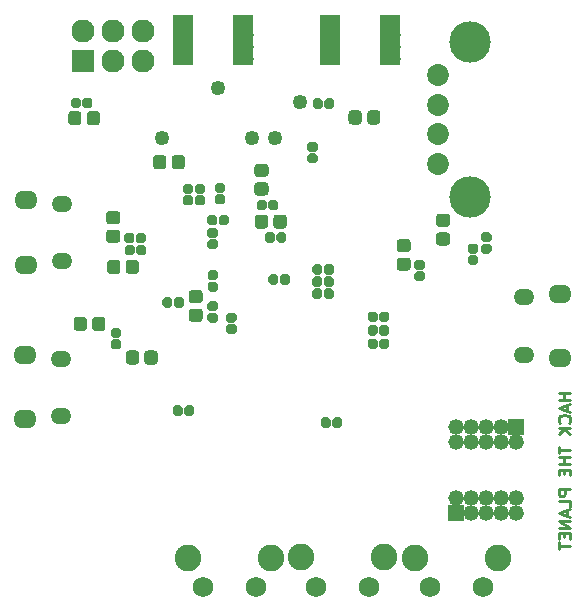
<source format=gbs>
G04 #@! TF.GenerationSoftware,KiCad,Pcbnew,5.1.6*
G04 #@! TF.CreationDate,2020-05-21T11:34:31+02:00*
G04 #@! TF.ProjectId,luna_rev0,6c756e61-5f72-4657-9630-2e6b69636164,r0*
G04 #@! TF.SameCoordinates,Original*
G04 #@! TF.FileFunction,Soldermask,Bot*
G04 #@! TF.FilePolarity,Negative*
%FSLAX46Y46*%
G04 Gerber Fmt 4.6, Leading zero omitted, Abs format (unit mm)*
G04 Created by KiCad (PCBNEW 5.1.6) date 2020-05-21 11:34:31*
%MOMM*%
%LPD*%
G01*
G04 APERTURE LIST*
%ADD10C,0.250000*%
%ADD11C,1.254000*%
%ADD12O,1.754000X1.354000*%
%ADD13O,1.954000X1.604000*%
%ADD14R,1.954000X1.954000*%
%ADD15O,1.954000X1.954000*%
%ADD16C,1.854000*%
%ADD17C,3.504000*%
%ADD18R,1.320800X1.320800*%
%ADD19C,1.320800*%
%ADD20C,1.016000*%
%ADD21R,1.778000X4.318000*%
%ADD22C,1.754000*%
%ADD23C,2.254000*%
G04 APERTURE END LIST*
D10*
X139952380Y-98476190D02*
X138952380Y-98476190D01*
X139428571Y-98476190D02*
X139428571Y-99047619D01*
X139952380Y-99047619D02*
X138952380Y-99047619D01*
X139666666Y-99476190D02*
X139666666Y-99952380D01*
X139952380Y-99380952D02*
X138952380Y-99714285D01*
X139952380Y-100047619D01*
X139857142Y-100952380D02*
X139904761Y-100904761D01*
X139952380Y-100761904D01*
X139952380Y-100666666D01*
X139904761Y-100523809D01*
X139809523Y-100428571D01*
X139714285Y-100380952D01*
X139523809Y-100333333D01*
X139380952Y-100333333D01*
X139190476Y-100380952D01*
X139095238Y-100428571D01*
X139000000Y-100523809D01*
X138952380Y-100666666D01*
X138952380Y-100761904D01*
X139000000Y-100904761D01*
X139047619Y-100952380D01*
X139952380Y-101380952D02*
X138952380Y-101380952D01*
X139952380Y-101952380D02*
X139380952Y-101523809D01*
X138952380Y-101952380D02*
X139523809Y-101380952D01*
X138952380Y-103000000D02*
X138952380Y-103571428D01*
X139952380Y-103285714D02*
X138952380Y-103285714D01*
X139952380Y-103904761D02*
X138952380Y-103904761D01*
X139428571Y-103904761D02*
X139428571Y-104476190D01*
X139952380Y-104476190D02*
X138952380Y-104476190D01*
X139428571Y-104952380D02*
X139428571Y-105285714D01*
X139952380Y-105428571D02*
X139952380Y-104952380D01*
X138952380Y-104952380D01*
X138952380Y-105428571D01*
X139952380Y-106619047D02*
X138952380Y-106619047D01*
X138952380Y-107000000D01*
X139000000Y-107095238D01*
X139047619Y-107142857D01*
X139142857Y-107190476D01*
X139285714Y-107190476D01*
X139380952Y-107142857D01*
X139428571Y-107095238D01*
X139476190Y-107000000D01*
X139476190Y-106619047D01*
X139952380Y-108095238D02*
X139952380Y-107619047D01*
X138952380Y-107619047D01*
X139666666Y-108380952D02*
X139666666Y-108857142D01*
X139952380Y-108285714D02*
X138952380Y-108619047D01*
X139952380Y-108952380D01*
X139952380Y-109285714D02*
X138952380Y-109285714D01*
X139952380Y-109857142D01*
X138952380Y-109857142D01*
X139428571Y-110333333D02*
X139428571Y-110666666D01*
X139952380Y-110809523D02*
X139952380Y-110333333D01*
X138952380Y-110333333D01*
X138952380Y-110809523D01*
X138952380Y-111095238D02*
X138952380Y-111666666D01*
X139952380Y-111380952D02*
X138952380Y-111380952D01*
D11*
X105410000Y-76835000D03*
X113030000Y-76835000D03*
X110109000Y-72644000D03*
X117094000Y-73787000D03*
X114935000Y-76835000D03*
D12*
X136060500Y-95201000D03*
X136060500Y-90361000D03*
D13*
X139060500Y-95511000D03*
X139060500Y-90051000D03*
X93881000Y-87604500D03*
X93881000Y-82144500D03*
D12*
X96881000Y-87294500D03*
X96881000Y-82454500D03*
X96817500Y-95535500D03*
X96817500Y-100375500D03*
D13*
X93817500Y-95225500D03*
X93817500Y-100685500D03*
D14*
X98679000Y-70358000D03*
D15*
X98679000Y-67818000D03*
X101219000Y-70358000D03*
X101219000Y-67818000D03*
X103759000Y-70358000D03*
X103759000Y-67818000D03*
G36*
G01*
X114111750Y-81743000D02*
X113472250Y-81743000D01*
G75*
G02*
X113190000Y-81460750I0J282250D01*
G01*
X113190000Y-80896250D01*
G75*
G02*
X113472250Y-80614000I282250J0D01*
G01*
X114111750Y-80614000D01*
G75*
G02*
X114394000Y-80896250I0J-282250D01*
G01*
X114394000Y-81460750D01*
G75*
G02*
X114111750Y-81743000I-282250J0D01*
G01*
G37*
G36*
G01*
X114111750Y-80168000D02*
X113472250Y-80168000D01*
G75*
G02*
X113190000Y-79885750I0J282250D01*
G01*
X113190000Y-79321250D01*
G75*
G02*
X113472250Y-79039000I282250J0D01*
G01*
X114111750Y-79039000D01*
G75*
G02*
X114394000Y-79321250I0J-282250D01*
G01*
X114394000Y-79885750D01*
G75*
G02*
X114111750Y-80168000I-282250J0D01*
G01*
G37*
G36*
G01*
X107909650Y-91307400D02*
X108549150Y-91307400D01*
G75*
G02*
X108831400Y-91589650I0J-282250D01*
G01*
X108831400Y-92154150D01*
G75*
G02*
X108549150Y-92436400I-282250J0D01*
G01*
X107909650Y-92436400D01*
G75*
G02*
X107627400Y-92154150I0J282250D01*
G01*
X107627400Y-91589650D01*
G75*
G02*
X107909650Y-91307400I282250J0D01*
G01*
G37*
G36*
G01*
X107909650Y-89732400D02*
X108549150Y-89732400D01*
G75*
G02*
X108831400Y-90014650I0J-282250D01*
G01*
X108831400Y-90579150D01*
G75*
G02*
X108549150Y-90861400I-282250J0D01*
G01*
X107909650Y-90861400D01*
G75*
G02*
X107627400Y-90579150I0J282250D01*
G01*
X107627400Y-90014650D01*
G75*
G02*
X107909650Y-89732400I282250J0D01*
G01*
G37*
G36*
G01*
X100132500Y-74864250D02*
X100132500Y-75503750D01*
G75*
G02*
X99850250Y-75786000I-282250J0D01*
G01*
X99285750Y-75786000D01*
G75*
G02*
X99003500Y-75503750I0J282250D01*
G01*
X99003500Y-74864250D01*
G75*
G02*
X99285750Y-74582000I282250J0D01*
G01*
X99850250Y-74582000D01*
G75*
G02*
X100132500Y-74864250I0J-282250D01*
G01*
G37*
G36*
G01*
X98557500Y-74864250D02*
X98557500Y-75503750D01*
G75*
G02*
X98275250Y-75786000I-282250J0D01*
G01*
X97710750Y-75786000D01*
G75*
G02*
X97428500Y-75503750I0J282250D01*
G01*
X97428500Y-74864250D01*
G75*
G02*
X97710750Y-74582000I282250J0D01*
G01*
X98275250Y-74582000D01*
G75*
G02*
X98557500Y-74864250I0J-282250D01*
G01*
G37*
G36*
G01*
X114802500Y-84266750D02*
X114802500Y-83627250D01*
G75*
G02*
X115084750Y-83345000I282250J0D01*
G01*
X115649250Y-83345000D01*
G75*
G02*
X115931500Y-83627250I0J-282250D01*
G01*
X115931500Y-84266750D01*
G75*
G02*
X115649250Y-84549000I-282250J0D01*
G01*
X115084750Y-84549000D01*
G75*
G02*
X114802500Y-84266750I0J282250D01*
G01*
G37*
G36*
G01*
X113227500Y-84266750D02*
X113227500Y-83627250D01*
G75*
G02*
X113509750Y-83345000I282250J0D01*
G01*
X114074250Y-83345000D01*
G75*
G02*
X114356500Y-83627250I0J-282250D01*
G01*
X114356500Y-84266750D01*
G75*
G02*
X114074250Y-84549000I-282250J0D01*
G01*
X113509750Y-84549000D01*
G75*
G02*
X113227500Y-84266750I0J282250D01*
G01*
G37*
G36*
G01*
X110050800Y-80677800D02*
X110522800Y-80677800D01*
G75*
G02*
X110733800Y-80888800I0J-211000D01*
G01*
X110733800Y-81310800D01*
G75*
G02*
X110522800Y-81521800I-211000J0D01*
G01*
X110050800Y-81521800D01*
G75*
G02*
X109839800Y-81310800I0J211000D01*
G01*
X109839800Y-80888800D01*
G75*
G02*
X110050800Y-80677800I211000J0D01*
G01*
G37*
G36*
G01*
X110050800Y-81647800D02*
X110522800Y-81647800D01*
G75*
G02*
X110733800Y-81858800I0J-211000D01*
G01*
X110733800Y-82280800D01*
G75*
G02*
X110522800Y-82491800I-211000J0D01*
G01*
X110050800Y-82491800D01*
G75*
G02*
X109839800Y-82280800I0J211000D01*
G01*
X109839800Y-81858800D01*
G75*
G02*
X110050800Y-81647800I211000J0D01*
G01*
G37*
G36*
G01*
X120627500Y-100729000D02*
X120627500Y-101201000D01*
G75*
G02*
X120416500Y-101412000I-211000J0D01*
G01*
X119994500Y-101412000D01*
G75*
G02*
X119783500Y-101201000I0J211000D01*
G01*
X119783500Y-100729000D01*
G75*
G02*
X119994500Y-100518000I211000J0D01*
G01*
X120416500Y-100518000D01*
G75*
G02*
X120627500Y-100729000I0J-211000D01*
G01*
G37*
G36*
G01*
X119657500Y-100729000D02*
X119657500Y-101201000D01*
G75*
G02*
X119446500Y-101412000I-211000J0D01*
G01*
X119024500Y-101412000D01*
G75*
G02*
X118813500Y-101201000I0J211000D01*
G01*
X118813500Y-100729000D01*
G75*
G02*
X119024500Y-100518000I211000J0D01*
G01*
X119446500Y-100518000D01*
G75*
G02*
X119657500Y-100729000I0J-211000D01*
G01*
G37*
G36*
G01*
X115356000Y-89072500D02*
X115356000Y-88600500D01*
G75*
G02*
X115567000Y-88389500I211000J0D01*
G01*
X115989000Y-88389500D01*
G75*
G02*
X116200000Y-88600500I0J-211000D01*
G01*
X116200000Y-89072500D01*
G75*
G02*
X115989000Y-89283500I-211000J0D01*
G01*
X115567000Y-89283500D01*
G75*
G02*
X115356000Y-89072500I0J211000D01*
G01*
G37*
G36*
G01*
X114386000Y-89072500D02*
X114386000Y-88600500D01*
G75*
G02*
X114597000Y-88389500I211000J0D01*
G01*
X115019000Y-88389500D01*
G75*
G02*
X115230000Y-88600500I0J-211000D01*
G01*
X115230000Y-89072500D01*
G75*
G02*
X115019000Y-89283500I-211000J0D01*
G01*
X114597000Y-89283500D01*
G75*
G02*
X114386000Y-89072500I0J211000D01*
G01*
G37*
G36*
G01*
X98512000Y-73678000D02*
X98512000Y-74150000D01*
G75*
G02*
X98301000Y-74361000I-211000J0D01*
G01*
X97879000Y-74361000D01*
G75*
G02*
X97668000Y-74150000I0J211000D01*
G01*
X97668000Y-73678000D01*
G75*
G02*
X97879000Y-73467000I211000J0D01*
G01*
X98301000Y-73467000D01*
G75*
G02*
X98512000Y-73678000I0J-211000D01*
G01*
G37*
G36*
G01*
X99482000Y-73678000D02*
X99482000Y-74150000D01*
G75*
G02*
X99271000Y-74361000I-211000J0D01*
G01*
X98849000Y-74361000D01*
G75*
G02*
X98638000Y-74150000I0J211000D01*
G01*
X98638000Y-73678000D01*
G75*
G02*
X98849000Y-73467000I211000J0D01*
G01*
X99271000Y-73467000D01*
G75*
G02*
X99482000Y-73678000I0J-211000D01*
G01*
G37*
G36*
G01*
X114091500Y-85516500D02*
X114091500Y-85044500D01*
G75*
G02*
X114302500Y-84833500I211000J0D01*
G01*
X114724500Y-84833500D01*
G75*
G02*
X114935500Y-85044500I0J-211000D01*
G01*
X114935500Y-85516500D01*
G75*
G02*
X114724500Y-85727500I-211000J0D01*
G01*
X114302500Y-85727500D01*
G75*
G02*
X114091500Y-85516500I0J211000D01*
G01*
G37*
G36*
G01*
X115061500Y-85516500D02*
X115061500Y-85044500D01*
G75*
G02*
X115272500Y-84833500I211000J0D01*
G01*
X115694500Y-84833500D01*
G75*
G02*
X115905500Y-85044500I0J-211000D01*
G01*
X115905500Y-85516500D01*
G75*
G02*
X115694500Y-85727500I-211000J0D01*
G01*
X115272500Y-85727500D01*
G75*
G02*
X115061500Y-85516500I0J211000D01*
G01*
G37*
G36*
G01*
X113393000Y-82786000D02*
X113393000Y-82314000D01*
G75*
G02*
X113604000Y-82103000I211000J0D01*
G01*
X114026000Y-82103000D01*
G75*
G02*
X114237000Y-82314000I0J-211000D01*
G01*
X114237000Y-82786000D01*
G75*
G02*
X114026000Y-82997000I-211000J0D01*
G01*
X113604000Y-82997000D01*
G75*
G02*
X113393000Y-82786000I0J211000D01*
G01*
G37*
G36*
G01*
X114363000Y-82786000D02*
X114363000Y-82314000D01*
G75*
G02*
X114574000Y-82103000I211000J0D01*
G01*
X114996000Y-82103000D01*
G75*
G02*
X115207000Y-82314000I0J-211000D01*
G01*
X115207000Y-82786000D01*
G75*
G02*
X114996000Y-82997000I-211000J0D01*
G01*
X114574000Y-82997000D01*
G75*
G02*
X114363000Y-82786000I0J211000D01*
G01*
G37*
G36*
G01*
X109900500Y-85321500D02*
X109428500Y-85321500D01*
G75*
G02*
X109217500Y-85110500I0J211000D01*
G01*
X109217500Y-84688500D01*
G75*
G02*
X109428500Y-84477500I211000J0D01*
G01*
X109900500Y-84477500D01*
G75*
G02*
X110111500Y-84688500I0J-211000D01*
G01*
X110111500Y-85110500D01*
G75*
G02*
X109900500Y-85321500I-211000J0D01*
G01*
G37*
G36*
G01*
X109900500Y-86291500D02*
X109428500Y-86291500D01*
G75*
G02*
X109217500Y-86080500I0J211000D01*
G01*
X109217500Y-85658500D01*
G75*
G02*
X109428500Y-85447500I211000J0D01*
G01*
X109900500Y-85447500D01*
G75*
G02*
X110111500Y-85658500I0J-211000D01*
G01*
X110111500Y-86080500D01*
G75*
G02*
X109900500Y-86291500I-211000J0D01*
G01*
G37*
G36*
G01*
X109913200Y-88910800D02*
X109441200Y-88910800D01*
G75*
G02*
X109230200Y-88699800I0J211000D01*
G01*
X109230200Y-88277800D01*
G75*
G02*
X109441200Y-88066800I211000J0D01*
G01*
X109913200Y-88066800D01*
G75*
G02*
X110124200Y-88277800I0J-211000D01*
G01*
X110124200Y-88699800D01*
G75*
G02*
X109913200Y-88910800I-211000J0D01*
G01*
G37*
G36*
G01*
X109913200Y-89880800D02*
X109441200Y-89880800D01*
G75*
G02*
X109230200Y-89669800I0J211000D01*
G01*
X109230200Y-89247800D01*
G75*
G02*
X109441200Y-89036800I211000J0D01*
G01*
X109913200Y-89036800D01*
G75*
G02*
X110124200Y-89247800I0J-211000D01*
G01*
X110124200Y-89669800D01*
G75*
G02*
X109913200Y-89880800I-211000J0D01*
G01*
G37*
G36*
G01*
X109428500Y-90700500D02*
X109900500Y-90700500D01*
G75*
G02*
X110111500Y-90911500I0J-211000D01*
G01*
X110111500Y-91333500D01*
G75*
G02*
X109900500Y-91544500I-211000J0D01*
G01*
X109428500Y-91544500D01*
G75*
G02*
X109217500Y-91333500I0J211000D01*
G01*
X109217500Y-90911500D01*
G75*
G02*
X109428500Y-90700500I211000J0D01*
G01*
G37*
G36*
G01*
X109428500Y-91670500D02*
X109900500Y-91670500D01*
G75*
G02*
X110111500Y-91881500I0J-211000D01*
G01*
X110111500Y-92303500D01*
G75*
G02*
X109900500Y-92514500I-211000J0D01*
G01*
X109428500Y-92514500D01*
G75*
G02*
X109217500Y-92303500I0J211000D01*
G01*
X109217500Y-91881500D01*
G75*
G02*
X109428500Y-91670500I211000J0D01*
G01*
G37*
G36*
G01*
X122740000Y-75440250D02*
X122740000Y-74800750D01*
G75*
G02*
X123022250Y-74518500I282250J0D01*
G01*
X123586750Y-74518500D01*
G75*
G02*
X123869000Y-74800750I0J-282250D01*
G01*
X123869000Y-75440250D01*
G75*
G02*
X123586750Y-75722500I-282250J0D01*
G01*
X123022250Y-75722500D01*
G75*
G02*
X122740000Y-75440250I0J282250D01*
G01*
G37*
G36*
G01*
X121165000Y-75440250D02*
X121165000Y-74800750D01*
G75*
G02*
X121447250Y-74518500I282250J0D01*
G01*
X122011750Y-74518500D01*
G75*
G02*
X122294000Y-74800750I0J-282250D01*
G01*
X122294000Y-75440250D01*
G75*
G02*
X122011750Y-75722500I-282250J0D01*
G01*
X121447250Y-75722500D01*
G75*
G02*
X121165000Y-75440250I0J282250D01*
G01*
G37*
G36*
G01*
X118140400Y-74200800D02*
X118140400Y-73728800D01*
G75*
G02*
X118351400Y-73517800I211000J0D01*
G01*
X118773400Y-73517800D01*
G75*
G02*
X118984400Y-73728800I0J-211000D01*
G01*
X118984400Y-74200800D01*
G75*
G02*
X118773400Y-74411800I-211000J0D01*
G01*
X118351400Y-74411800D01*
G75*
G02*
X118140400Y-74200800I0J211000D01*
G01*
G37*
G36*
G01*
X119110400Y-74200800D02*
X119110400Y-73728800D01*
G75*
G02*
X119321400Y-73517800I211000J0D01*
G01*
X119743400Y-73517800D01*
G75*
G02*
X119954400Y-73728800I0J-211000D01*
G01*
X119954400Y-74200800D01*
G75*
G02*
X119743400Y-74411800I-211000J0D01*
G01*
X119321400Y-74411800D01*
G75*
G02*
X119110400Y-74200800I0J211000D01*
G01*
G37*
G36*
G01*
X111488000Y-93467000D02*
X111016000Y-93467000D01*
G75*
G02*
X110805000Y-93256000I0J211000D01*
G01*
X110805000Y-92834000D01*
G75*
G02*
X111016000Y-92623000I211000J0D01*
G01*
X111488000Y-92623000D01*
G75*
G02*
X111699000Y-92834000I0J-211000D01*
G01*
X111699000Y-93256000D01*
G75*
G02*
X111488000Y-93467000I-211000J0D01*
G01*
G37*
G36*
G01*
X111488000Y-92497000D02*
X111016000Y-92497000D01*
G75*
G02*
X110805000Y-92286000I0J211000D01*
G01*
X110805000Y-91864000D01*
G75*
G02*
X111016000Y-91653000I211000J0D01*
G01*
X111488000Y-91653000D01*
G75*
G02*
X111699000Y-91864000I0J-211000D01*
G01*
X111699000Y-92286000D01*
G75*
G02*
X111488000Y-92497000I-211000J0D01*
G01*
G37*
G36*
G01*
X117874000Y-78168000D02*
X118346000Y-78168000D01*
G75*
G02*
X118557000Y-78379000I0J-211000D01*
G01*
X118557000Y-78801000D01*
G75*
G02*
X118346000Y-79012000I-211000J0D01*
G01*
X117874000Y-79012000D01*
G75*
G02*
X117663000Y-78801000I0J211000D01*
G01*
X117663000Y-78379000D01*
G75*
G02*
X117874000Y-78168000I211000J0D01*
G01*
G37*
G36*
G01*
X117874000Y-77198000D02*
X118346000Y-77198000D01*
G75*
G02*
X118557000Y-77409000I0J-211000D01*
G01*
X118557000Y-77831000D01*
G75*
G02*
X118346000Y-78042000I-211000J0D01*
G01*
X117874000Y-78042000D01*
G75*
G02*
X117663000Y-77831000I0J211000D01*
G01*
X117663000Y-77409000D01*
G75*
G02*
X117874000Y-77198000I211000J0D01*
G01*
G37*
G36*
G01*
X119085000Y-88247000D02*
X119085000Y-87775000D01*
G75*
G02*
X119296000Y-87564000I211000J0D01*
G01*
X119718000Y-87564000D01*
G75*
G02*
X119929000Y-87775000I0J-211000D01*
G01*
X119929000Y-88247000D01*
G75*
G02*
X119718000Y-88458000I-211000J0D01*
G01*
X119296000Y-88458000D01*
G75*
G02*
X119085000Y-88247000I0J211000D01*
G01*
G37*
G36*
G01*
X118115000Y-88247000D02*
X118115000Y-87775000D01*
G75*
G02*
X118326000Y-87564000I211000J0D01*
G01*
X118748000Y-87564000D01*
G75*
G02*
X118959000Y-87775000I0J-211000D01*
G01*
X118959000Y-88247000D01*
G75*
G02*
X118748000Y-88458000I-211000J0D01*
G01*
X118326000Y-88458000D01*
G75*
G02*
X118115000Y-88247000I0J211000D01*
G01*
G37*
G36*
G01*
X107229000Y-90569000D02*
X107229000Y-91041000D01*
G75*
G02*
X107018000Y-91252000I-211000J0D01*
G01*
X106596000Y-91252000D01*
G75*
G02*
X106385000Y-91041000I0J211000D01*
G01*
X106385000Y-90569000D01*
G75*
G02*
X106596000Y-90358000I211000J0D01*
G01*
X107018000Y-90358000D01*
G75*
G02*
X107229000Y-90569000I0J-211000D01*
G01*
G37*
G36*
G01*
X106259000Y-90569000D02*
X106259000Y-91041000D01*
G75*
G02*
X106048000Y-91252000I-211000J0D01*
G01*
X105626000Y-91252000D01*
G75*
G02*
X105415000Y-91041000I0J211000D01*
G01*
X105415000Y-90569000D01*
G75*
G02*
X105626000Y-90358000I211000J0D01*
G01*
X106048000Y-90358000D01*
G75*
G02*
X106259000Y-90569000I0J-211000D01*
G01*
G37*
G36*
G01*
X107323340Y-78592970D02*
X107323340Y-79232470D01*
G75*
G02*
X107041090Y-79514720I-282250J0D01*
G01*
X106476590Y-79514720D01*
G75*
G02*
X106194340Y-79232470I0J282250D01*
G01*
X106194340Y-78592970D01*
G75*
G02*
X106476590Y-78310720I282250J0D01*
G01*
X107041090Y-78310720D01*
G75*
G02*
X107323340Y-78592970I0J-282250D01*
G01*
G37*
G36*
G01*
X105748340Y-78592970D02*
X105748340Y-79232470D01*
G75*
G02*
X105466090Y-79514720I-282250J0D01*
G01*
X104901590Y-79514720D01*
G75*
G02*
X104619340Y-79232470I0J282250D01*
G01*
X104619340Y-78592970D01*
G75*
G02*
X104901590Y-78310720I282250J0D01*
G01*
X105466090Y-78310720D01*
G75*
G02*
X105748340Y-78592970I0J-282250D01*
G01*
G37*
G36*
G01*
X107333000Y-80754000D02*
X107805000Y-80754000D01*
G75*
G02*
X108016000Y-80965000I0J-211000D01*
G01*
X108016000Y-81387000D01*
G75*
G02*
X107805000Y-81598000I-211000J0D01*
G01*
X107333000Y-81598000D01*
G75*
G02*
X107122000Y-81387000I0J211000D01*
G01*
X107122000Y-80965000D01*
G75*
G02*
X107333000Y-80754000I211000J0D01*
G01*
G37*
G36*
G01*
X107333000Y-81724000D02*
X107805000Y-81724000D01*
G75*
G02*
X108016000Y-81935000I0J-211000D01*
G01*
X108016000Y-82357000D01*
G75*
G02*
X107805000Y-82568000I-211000J0D01*
G01*
X107333000Y-82568000D01*
G75*
G02*
X107122000Y-82357000I0J211000D01*
G01*
X107122000Y-81935000D01*
G75*
G02*
X107333000Y-81724000I211000J0D01*
G01*
G37*
G36*
G01*
X108349000Y-81724000D02*
X108821000Y-81724000D01*
G75*
G02*
X109032000Y-81935000I0J-211000D01*
G01*
X109032000Y-82357000D01*
G75*
G02*
X108821000Y-82568000I-211000J0D01*
G01*
X108349000Y-82568000D01*
G75*
G02*
X108138000Y-82357000I0J211000D01*
G01*
X108138000Y-81935000D01*
G75*
G02*
X108349000Y-81724000I211000J0D01*
G01*
G37*
G36*
G01*
X108349000Y-80754000D02*
X108821000Y-80754000D01*
G75*
G02*
X109032000Y-80965000I0J-211000D01*
G01*
X109032000Y-81387000D01*
G75*
G02*
X108821000Y-81598000I-211000J0D01*
G01*
X108349000Y-81598000D01*
G75*
G02*
X108138000Y-81387000I0J211000D01*
G01*
X108138000Y-80965000D01*
G75*
G02*
X108349000Y-80754000I211000J0D01*
G01*
G37*
G36*
G01*
X118092000Y-90279000D02*
X118092000Y-89807000D01*
G75*
G02*
X118303000Y-89596000I211000J0D01*
G01*
X118725000Y-89596000D01*
G75*
G02*
X118936000Y-89807000I0J-211000D01*
G01*
X118936000Y-90279000D01*
G75*
G02*
X118725000Y-90490000I-211000J0D01*
G01*
X118303000Y-90490000D01*
G75*
G02*
X118092000Y-90279000I0J211000D01*
G01*
G37*
G36*
G01*
X119062000Y-90279000D02*
X119062000Y-89807000D01*
G75*
G02*
X119273000Y-89596000I211000J0D01*
G01*
X119695000Y-89596000D01*
G75*
G02*
X119906000Y-89807000I0J-211000D01*
G01*
X119906000Y-90279000D01*
G75*
G02*
X119695000Y-90490000I-211000J0D01*
G01*
X119273000Y-90490000D01*
G75*
G02*
X119062000Y-90279000I0J211000D01*
G01*
G37*
G36*
G01*
X103164000Y-85580000D02*
X103164000Y-85108000D01*
G75*
G02*
X103375000Y-84897000I211000J0D01*
G01*
X103797000Y-84897000D01*
G75*
G02*
X104008000Y-85108000I0J-211000D01*
G01*
X104008000Y-85580000D01*
G75*
G02*
X103797000Y-85791000I-211000J0D01*
G01*
X103375000Y-85791000D01*
G75*
G02*
X103164000Y-85580000I0J211000D01*
G01*
G37*
G36*
G01*
X102194000Y-85580000D02*
X102194000Y-85108000D01*
G75*
G02*
X102405000Y-84897000I211000J0D01*
G01*
X102827000Y-84897000D01*
G75*
G02*
X103038000Y-85108000I0J-211000D01*
G01*
X103038000Y-85580000D01*
G75*
G02*
X102827000Y-85791000I-211000J0D01*
G01*
X102405000Y-85791000D01*
G75*
G02*
X102194000Y-85580000I0J211000D01*
G01*
G37*
G36*
G01*
X110046000Y-83584000D02*
X110046000Y-84056000D01*
G75*
G02*
X109835000Y-84267000I-211000J0D01*
G01*
X109413000Y-84267000D01*
G75*
G02*
X109202000Y-84056000I0J211000D01*
G01*
X109202000Y-83584000D01*
G75*
G02*
X109413000Y-83373000I211000J0D01*
G01*
X109835000Y-83373000D01*
G75*
G02*
X110046000Y-83584000I0J-211000D01*
G01*
G37*
G36*
G01*
X111016000Y-83584000D02*
X111016000Y-84056000D01*
G75*
G02*
X110805000Y-84267000I-211000J0D01*
G01*
X110383000Y-84267000D01*
G75*
G02*
X110172000Y-84056000I0J211000D01*
G01*
X110172000Y-83584000D01*
G75*
G02*
X110383000Y-83373000I211000J0D01*
G01*
X110805000Y-83373000D01*
G75*
G02*
X111016000Y-83584000I0J-211000D01*
G01*
G37*
G36*
G01*
X100589700Y-92288650D02*
X100589700Y-92928150D01*
G75*
G02*
X100307450Y-93210400I-282250J0D01*
G01*
X99742950Y-93210400D01*
G75*
G02*
X99460700Y-92928150I0J282250D01*
G01*
X99460700Y-92288650D01*
G75*
G02*
X99742950Y-92006400I282250J0D01*
G01*
X100307450Y-92006400D01*
G75*
G02*
X100589700Y-92288650I0J-282250D01*
G01*
G37*
G36*
G01*
X99014700Y-92288650D02*
X99014700Y-92928150D01*
G75*
G02*
X98732450Y-93210400I-282250J0D01*
G01*
X98167950Y-93210400D01*
G75*
G02*
X97885700Y-92928150I0J282250D01*
G01*
X97885700Y-92288650D01*
G75*
G02*
X98167950Y-92006400I282250J0D01*
G01*
X98732450Y-92006400D01*
G75*
G02*
X99014700Y-92288650I0J-282250D01*
G01*
G37*
G36*
G01*
X103434300Y-95133450D02*
X103434300Y-95772950D01*
G75*
G02*
X103152050Y-96055200I-282250J0D01*
G01*
X102587550Y-96055200D01*
G75*
G02*
X102305300Y-95772950I0J282250D01*
G01*
X102305300Y-95133450D01*
G75*
G02*
X102587550Y-94851200I282250J0D01*
G01*
X103152050Y-94851200D01*
G75*
G02*
X103434300Y-95133450I0J-282250D01*
G01*
G37*
G36*
G01*
X105009300Y-95133450D02*
X105009300Y-95772950D01*
G75*
G02*
X104727050Y-96055200I-282250J0D01*
G01*
X104162550Y-96055200D01*
G75*
G02*
X103880300Y-95772950I0J282250D01*
G01*
X103880300Y-95133450D01*
G75*
G02*
X104162550Y-94851200I282250J0D01*
G01*
X104727050Y-94851200D01*
G75*
G02*
X105009300Y-95133450I0J-282250D01*
G01*
G37*
G36*
G01*
X101709000Y-93790000D02*
X101237000Y-93790000D01*
G75*
G02*
X101026000Y-93579000I0J211000D01*
G01*
X101026000Y-93157000D01*
G75*
G02*
X101237000Y-92946000I211000J0D01*
G01*
X101709000Y-92946000D01*
G75*
G02*
X101920000Y-93157000I0J-211000D01*
G01*
X101920000Y-93579000D01*
G75*
G02*
X101709000Y-93790000I-211000J0D01*
G01*
G37*
G36*
G01*
X101709000Y-94760000D02*
X101237000Y-94760000D01*
G75*
G02*
X101026000Y-94549000I0J211000D01*
G01*
X101026000Y-94127000D01*
G75*
G02*
X101237000Y-93916000I211000J0D01*
G01*
X101709000Y-93916000D01*
G75*
G02*
X101920000Y-94127000I0J-211000D01*
G01*
X101920000Y-94549000D01*
G75*
G02*
X101709000Y-94760000I-211000J0D01*
G01*
G37*
G36*
G01*
X118092000Y-89263000D02*
X118092000Y-88791000D01*
G75*
G02*
X118303000Y-88580000I211000J0D01*
G01*
X118725000Y-88580000D01*
G75*
G02*
X118936000Y-88791000I0J-211000D01*
G01*
X118936000Y-89263000D01*
G75*
G02*
X118725000Y-89474000I-211000J0D01*
G01*
X118303000Y-89474000D01*
G75*
G02*
X118092000Y-89263000I0J211000D01*
G01*
G37*
G36*
G01*
X119062000Y-89263000D02*
X119062000Y-88791000D01*
G75*
G02*
X119273000Y-88580000I211000J0D01*
G01*
X119695000Y-88580000D01*
G75*
G02*
X119906000Y-88791000I0J-211000D01*
G01*
X119906000Y-89263000D01*
G75*
G02*
X119695000Y-89474000I-211000J0D01*
G01*
X119273000Y-89474000D01*
G75*
G02*
X119062000Y-89263000I0J211000D01*
G01*
G37*
G36*
G01*
X127426500Y-89004500D02*
X126954500Y-89004500D01*
G75*
G02*
X126743500Y-88793500I0J211000D01*
G01*
X126743500Y-88371500D01*
G75*
G02*
X126954500Y-88160500I211000J0D01*
G01*
X127426500Y-88160500D01*
G75*
G02*
X127637500Y-88371500I0J-211000D01*
G01*
X127637500Y-88793500D01*
G75*
G02*
X127426500Y-89004500I-211000J0D01*
G01*
G37*
G36*
G01*
X127426500Y-88034500D02*
X126954500Y-88034500D01*
G75*
G02*
X126743500Y-87823500I0J211000D01*
G01*
X126743500Y-87401500D01*
G75*
G02*
X126954500Y-87190500I211000J0D01*
G01*
X127426500Y-87190500D01*
G75*
G02*
X127637500Y-87401500I0J-211000D01*
G01*
X127637500Y-87823500D01*
G75*
G02*
X127426500Y-88034500I-211000J0D01*
G01*
G37*
G36*
G01*
X129491450Y-84399540D02*
X128851950Y-84399540D01*
G75*
G02*
X128569700Y-84117290I0J282250D01*
G01*
X128569700Y-83552790D01*
G75*
G02*
X128851950Y-83270540I282250J0D01*
G01*
X129491450Y-83270540D01*
G75*
G02*
X129773700Y-83552790I0J-282250D01*
G01*
X129773700Y-84117290D01*
G75*
G02*
X129491450Y-84399540I-282250J0D01*
G01*
G37*
G36*
G01*
X129491450Y-85974540D02*
X128851950Y-85974540D01*
G75*
G02*
X128569700Y-85692290I0J282250D01*
G01*
X128569700Y-85127790D01*
G75*
G02*
X128851950Y-84845540I282250J0D01*
G01*
X129491450Y-84845540D01*
G75*
G02*
X129773700Y-85127790I0J-282250D01*
G01*
X129773700Y-85692290D01*
G75*
G02*
X129491450Y-85974540I-282250J0D01*
G01*
G37*
G36*
G01*
X125511850Y-85414300D02*
X126151350Y-85414300D01*
G75*
G02*
X126433600Y-85696550I0J-282250D01*
G01*
X126433600Y-86261050D01*
G75*
G02*
X126151350Y-86543300I-282250J0D01*
G01*
X125511850Y-86543300D01*
G75*
G02*
X125229600Y-86261050I0J282250D01*
G01*
X125229600Y-85696550D01*
G75*
G02*
X125511850Y-85414300I282250J0D01*
G01*
G37*
G36*
G01*
X125511850Y-86989300D02*
X126151350Y-86989300D01*
G75*
G02*
X126433600Y-87271550I0J-282250D01*
G01*
X126433600Y-87836050D01*
G75*
G02*
X126151350Y-88118300I-282250J0D01*
G01*
X125511850Y-88118300D01*
G75*
G02*
X125229600Y-87836050I0J282250D01*
G01*
X125229600Y-87271550D01*
G75*
G02*
X125511850Y-86989300I282250J0D01*
G01*
G37*
G36*
G01*
X131463000Y-85811000D02*
X131935000Y-85811000D01*
G75*
G02*
X132146000Y-86022000I0J-211000D01*
G01*
X132146000Y-86444000D01*
G75*
G02*
X131935000Y-86655000I-211000J0D01*
G01*
X131463000Y-86655000D01*
G75*
G02*
X131252000Y-86444000I0J211000D01*
G01*
X131252000Y-86022000D01*
G75*
G02*
X131463000Y-85811000I211000J0D01*
G01*
G37*
G36*
G01*
X131463000Y-86781000D02*
X131935000Y-86781000D01*
G75*
G02*
X132146000Y-86992000I0J-211000D01*
G01*
X132146000Y-87414000D01*
G75*
G02*
X131935000Y-87625000I-211000J0D01*
G01*
X131463000Y-87625000D01*
G75*
G02*
X131252000Y-87414000I0J211000D01*
G01*
X131252000Y-86992000D01*
G75*
G02*
X131463000Y-86781000I211000J0D01*
G01*
G37*
G36*
G01*
X132606000Y-85811000D02*
X133078000Y-85811000D01*
G75*
G02*
X133289000Y-86022000I0J-211000D01*
G01*
X133289000Y-86444000D01*
G75*
G02*
X133078000Y-86655000I-211000J0D01*
G01*
X132606000Y-86655000D01*
G75*
G02*
X132395000Y-86444000I0J211000D01*
G01*
X132395000Y-86022000D01*
G75*
G02*
X132606000Y-85811000I211000J0D01*
G01*
G37*
G36*
G01*
X132606000Y-84841000D02*
X133078000Y-84841000D01*
G75*
G02*
X133289000Y-85052000I0J-211000D01*
G01*
X133289000Y-85474000D01*
G75*
G02*
X133078000Y-85685000I-211000J0D01*
G01*
X132606000Y-85685000D01*
G75*
G02*
X132395000Y-85474000I0J211000D01*
G01*
X132395000Y-85052000D01*
G75*
G02*
X132606000Y-84841000I211000J0D01*
G01*
G37*
G36*
G01*
X102217000Y-86596000D02*
X102217000Y-86124000D01*
G75*
G02*
X102428000Y-85913000I211000J0D01*
G01*
X102850000Y-85913000D01*
G75*
G02*
X103061000Y-86124000I0J-211000D01*
G01*
X103061000Y-86596000D01*
G75*
G02*
X102850000Y-86807000I-211000J0D01*
G01*
X102428000Y-86807000D01*
G75*
G02*
X102217000Y-86596000I0J211000D01*
G01*
G37*
G36*
G01*
X103187000Y-86596000D02*
X103187000Y-86124000D01*
G75*
G02*
X103398000Y-85913000I211000J0D01*
G01*
X103820000Y-85913000D01*
G75*
G02*
X104031000Y-86124000I0J-211000D01*
G01*
X104031000Y-86596000D01*
G75*
G02*
X103820000Y-86807000I-211000J0D01*
G01*
X103398000Y-86807000D01*
G75*
G02*
X103187000Y-86596000I0J211000D01*
G01*
G37*
G36*
G01*
X101564150Y-84181100D02*
X100924650Y-84181100D01*
G75*
G02*
X100642400Y-83898850I0J282250D01*
G01*
X100642400Y-83334350D01*
G75*
G02*
X100924650Y-83052100I282250J0D01*
G01*
X101564150Y-83052100D01*
G75*
G02*
X101846400Y-83334350I0J-282250D01*
G01*
X101846400Y-83898850D01*
G75*
G02*
X101564150Y-84181100I-282250J0D01*
G01*
G37*
G36*
G01*
X101564150Y-85756100D02*
X100924650Y-85756100D01*
G75*
G02*
X100642400Y-85473850I0J282250D01*
G01*
X100642400Y-84909350D01*
G75*
G02*
X100924650Y-84627100I282250J0D01*
G01*
X101564150Y-84627100D01*
G75*
G02*
X101846400Y-84909350I0J-282250D01*
G01*
X101846400Y-85473850D01*
G75*
G02*
X101564150Y-85756100I-282250J0D01*
G01*
G37*
G36*
G01*
X107125000Y-99713000D02*
X107125000Y-100185000D01*
G75*
G02*
X106914000Y-100396000I-211000J0D01*
G01*
X106492000Y-100396000D01*
G75*
G02*
X106281000Y-100185000I0J211000D01*
G01*
X106281000Y-99713000D01*
G75*
G02*
X106492000Y-99502000I211000J0D01*
G01*
X106914000Y-99502000D01*
G75*
G02*
X107125000Y-99713000I0J-211000D01*
G01*
G37*
G36*
G01*
X108095000Y-99713000D02*
X108095000Y-100185000D01*
G75*
G02*
X107884000Y-100396000I-211000J0D01*
G01*
X107462000Y-100396000D01*
G75*
G02*
X107251000Y-100185000I0J211000D01*
G01*
X107251000Y-99713000D01*
G75*
G02*
X107462000Y-99502000I211000J0D01*
G01*
X107884000Y-99502000D01*
G75*
G02*
X108095000Y-99713000I0J-211000D01*
G01*
G37*
G36*
G01*
X103434500Y-87462650D02*
X103434500Y-88102150D01*
G75*
G02*
X103152250Y-88384400I-282250J0D01*
G01*
X102587750Y-88384400D01*
G75*
G02*
X102305500Y-88102150I0J282250D01*
G01*
X102305500Y-87462650D01*
G75*
G02*
X102587750Y-87180400I282250J0D01*
G01*
X103152250Y-87180400D01*
G75*
G02*
X103434500Y-87462650I0J-282250D01*
G01*
G37*
G36*
G01*
X101859500Y-87462650D02*
X101859500Y-88102150D01*
G75*
G02*
X101577250Y-88384400I-282250J0D01*
G01*
X101012750Y-88384400D01*
G75*
G02*
X100730500Y-88102150I0J282250D01*
G01*
X100730500Y-87462650D01*
G75*
G02*
X101012750Y-87180400I282250J0D01*
G01*
X101577250Y-87180400D01*
G75*
G02*
X101859500Y-87462650I0J-282250D01*
G01*
G37*
D16*
X128714500Y-79061000D03*
X128714500Y-76561000D03*
X128714500Y-74061000D03*
X128714500Y-71561000D03*
D17*
X131424500Y-81861000D03*
X131424500Y-68761000D03*
D18*
X135382000Y-101346000D03*
D19*
X135382000Y-102616000D03*
X134112000Y-101346000D03*
X134112000Y-102616000D03*
X132842000Y-101346000D03*
X132842000Y-102616000D03*
X131572000Y-101346000D03*
X131572000Y-102616000D03*
X130302000Y-101346000D03*
X130302000Y-102616000D03*
X135382000Y-107315000D03*
X135382000Y-108585000D03*
X134112000Y-107315000D03*
X134112000Y-108585000D03*
X132842000Y-107315000D03*
X132842000Y-108585000D03*
X131572000Y-107315000D03*
X131572000Y-108585000D03*
X130302000Y-107315000D03*
D18*
X130302000Y-108585000D03*
D20*
X119274000Y-70148000D03*
X119274000Y-69148000D03*
X119274000Y-68148000D03*
X119974000Y-68148000D03*
X119974000Y-69148000D03*
X119974000Y-70148000D03*
X125074000Y-69148000D03*
X125074000Y-68148000D03*
X124374000Y-68148000D03*
X124374000Y-69148000D03*
X125074000Y-70148000D03*
X124374000Y-70148000D03*
D21*
X124714000Y-68580000D03*
X119634000Y-68580000D03*
X107188000Y-68580000D03*
X112268000Y-68580000D03*
D20*
X111928000Y-70148000D03*
X112628000Y-70148000D03*
X111928000Y-69148000D03*
X111928000Y-68148000D03*
X112628000Y-68148000D03*
X112628000Y-69148000D03*
X107528000Y-70148000D03*
X107528000Y-69148000D03*
X107528000Y-68148000D03*
X106828000Y-68148000D03*
X106828000Y-69148000D03*
X106828000Y-70148000D03*
G36*
G01*
X123761000Y-92247500D02*
X123761000Y-91775500D01*
G75*
G02*
X123972000Y-91564500I211000J0D01*
G01*
X124394000Y-91564500D01*
G75*
G02*
X124605000Y-91775500I0J-211000D01*
G01*
X124605000Y-92247500D01*
G75*
G02*
X124394000Y-92458500I-211000J0D01*
G01*
X123972000Y-92458500D01*
G75*
G02*
X123761000Y-92247500I0J211000D01*
G01*
G37*
G36*
G01*
X122791000Y-92247500D02*
X122791000Y-91775500D01*
G75*
G02*
X123002000Y-91564500I211000J0D01*
G01*
X123424000Y-91564500D01*
G75*
G02*
X123635000Y-91775500I0J-211000D01*
G01*
X123635000Y-92247500D01*
G75*
G02*
X123424000Y-92458500I-211000J0D01*
G01*
X123002000Y-92458500D01*
G75*
G02*
X122791000Y-92247500I0J211000D01*
G01*
G37*
G36*
G01*
X123761000Y-93390500D02*
X123761000Y-92918500D01*
G75*
G02*
X123972000Y-92707500I211000J0D01*
G01*
X124394000Y-92707500D01*
G75*
G02*
X124605000Y-92918500I0J-211000D01*
G01*
X124605000Y-93390500D01*
G75*
G02*
X124394000Y-93601500I-211000J0D01*
G01*
X123972000Y-93601500D01*
G75*
G02*
X123761000Y-93390500I0J211000D01*
G01*
G37*
G36*
G01*
X122791000Y-93390500D02*
X122791000Y-92918500D01*
G75*
G02*
X123002000Y-92707500I211000J0D01*
G01*
X123424000Y-92707500D01*
G75*
G02*
X123635000Y-92918500I0J-211000D01*
G01*
X123635000Y-93390500D01*
G75*
G02*
X123424000Y-93601500I-211000J0D01*
G01*
X123002000Y-93601500D01*
G75*
G02*
X122791000Y-93390500I0J211000D01*
G01*
G37*
G36*
G01*
X123761000Y-94533500D02*
X123761000Y-94061500D01*
G75*
G02*
X123972000Y-93850500I211000J0D01*
G01*
X124394000Y-93850500D01*
G75*
G02*
X124605000Y-94061500I0J-211000D01*
G01*
X124605000Y-94533500D01*
G75*
G02*
X124394000Y-94744500I-211000J0D01*
G01*
X123972000Y-94744500D01*
G75*
G02*
X123761000Y-94533500I0J211000D01*
G01*
G37*
G36*
G01*
X122791000Y-94533500D02*
X122791000Y-94061500D01*
G75*
G02*
X123002000Y-93850500I211000J0D01*
G01*
X123424000Y-93850500D01*
G75*
G02*
X123635000Y-94061500I0J-211000D01*
G01*
X123635000Y-94533500D01*
G75*
G02*
X123424000Y-94744500I-211000J0D01*
G01*
X123002000Y-94744500D01*
G75*
G02*
X122791000Y-94533500I0J211000D01*
G01*
G37*
D22*
X108862500Y-114885000D03*
X113362500Y-114885000D03*
D23*
X114617500Y-112395000D03*
X107607500Y-112395000D03*
X117157500Y-112381500D03*
X124167500Y-112381500D03*
D22*
X122912500Y-114871500D03*
X118412500Y-114871500D03*
X128064500Y-114885000D03*
X132564500Y-114885000D03*
D23*
X133819500Y-112395000D03*
X126809500Y-112395000D03*
M02*

</source>
